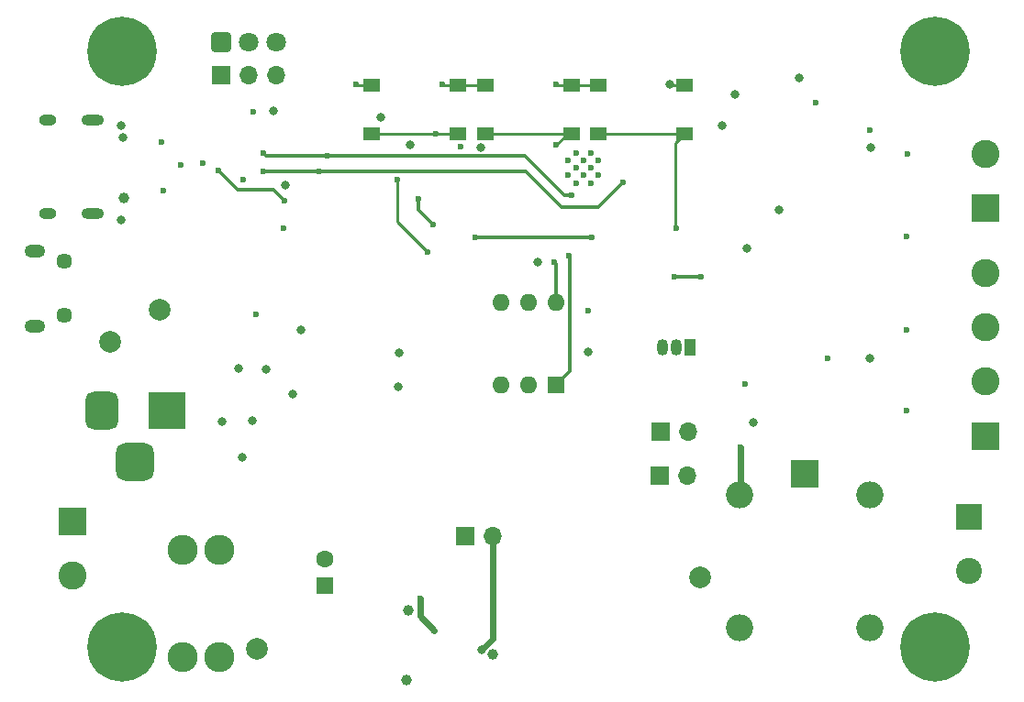
<source format=gbr>
G04 #@! TF.GenerationSoftware,KiCad,Pcbnew,(7.0.0)*
G04 #@! TF.CreationDate,2023-03-27T00:55:10+02:00*
G04 #@! TF.ProjectId,LuminX WLED,4c756d69-6e58-4205-974c-45442e6b6963,1.0*
G04 #@! TF.SameCoordinates,Original*
G04 #@! TF.FileFunction,Copper,L4,Bot*
G04 #@! TF.FilePolarity,Positive*
%FSLAX46Y46*%
G04 Gerber Fmt 4.6, Leading zero omitted, Abs format (unit mm)*
G04 Created by KiCad (PCBNEW (7.0.0)) date 2023-03-27 00:55:10*
%MOMM*%
%LPD*%
G01*
G04 APERTURE LIST*
G04 Aperture macros list*
%AMRoundRect*
0 Rectangle with rounded corners*
0 $1 Rounding radius*
0 $2 $3 $4 $5 $6 $7 $8 $9 X,Y pos of 4 corners*
0 Add a 4 corners polygon primitive as box body*
4,1,4,$2,$3,$4,$5,$6,$7,$8,$9,$2,$3,0*
0 Add four circle primitives for the rounded corners*
1,1,$1+$1,$2,$3*
1,1,$1+$1,$4,$5*
1,1,$1+$1,$6,$7*
1,1,$1+$1,$8,$9*
0 Add four rect primitives between the rounded corners*
20,1,$1+$1,$2,$3,$4,$5,0*
20,1,$1+$1,$4,$5,$6,$7,0*
20,1,$1+$1,$6,$7,$8,$9,0*
20,1,$1+$1,$8,$9,$2,$3,0*%
G04 Aperture macros list end*
G04 #@! TA.AperFunction,ComponentPad*
%ADD10R,2.500000X2.500000*%
G04 #@! TD*
G04 #@! TA.AperFunction,ComponentPad*
%ADD11O,2.500000X2.500000*%
G04 #@! TD*
G04 #@! TA.AperFunction,ComponentPad*
%ADD12R,1.700000X1.700000*%
G04 #@! TD*
G04 #@! TA.AperFunction,ComponentPad*
%ADD13O,1.700000X1.700000*%
G04 #@! TD*
G04 #@! TA.AperFunction,ComponentPad*
%ADD14C,0.800000*%
G04 #@! TD*
G04 #@! TA.AperFunction,ComponentPad*
%ADD15C,6.400000*%
G04 #@! TD*
G04 #@! TA.AperFunction,ComponentPad*
%ADD16R,2.400000X2.400000*%
G04 #@! TD*
G04 #@! TA.AperFunction,ComponentPad*
%ADD17C,2.400000*%
G04 #@! TD*
G04 #@! TA.AperFunction,ComponentPad*
%ADD18O,2.100000X1.000000*%
G04 #@! TD*
G04 #@! TA.AperFunction,ComponentPad*
%ADD19O,1.600000X1.000000*%
G04 #@! TD*
G04 #@! TA.AperFunction,ComponentPad*
%ADD20C,2.780000*%
G04 #@! TD*
G04 #@! TA.AperFunction,ComponentPad*
%ADD21R,2.600000X2.600000*%
G04 #@! TD*
G04 #@! TA.AperFunction,ComponentPad*
%ADD22C,2.600000*%
G04 #@! TD*
G04 #@! TA.AperFunction,ComponentPad*
%ADD23R,3.500000X3.500000*%
G04 #@! TD*
G04 #@! TA.AperFunction,ComponentPad*
%ADD24RoundRect,0.750000X-0.750000X-1.000000X0.750000X-1.000000X0.750000X1.000000X-0.750000X1.000000X0*%
G04 #@! TD*
G04 #@! TA.AperFunction,ComponentPad*
%ADD25RoundRect,0.875000X-0.875000X-0.875000X0.875000X-0.875000X0.875000X0.875000X-0.875000X0.875000X0*%
G04 #@! TD*
G04 #@! TA.AperFunction,ComponentPad*
%ADD26R,1.600000X1.600000*%
G04 #@! TD*
G04 #@! TA.AperFunction,ComponentPad*
%ADD27C,1.600000*%
G04 #@! TD*
G04 #@! TA.AperFunction,ComponentPad*
%ADD28O,1.900000X1.200000*%
G04 #@! TD*
G04 #@! TA.AperFunction,ComponentPad*
%ADD29C,1.450000*%
G04 #@! TD*
G04 #@! TA.AperFunction,HeatsinkPad*
%ADD30C,0.600000*%
G04 #@! TD*
G04 #@! TA.AperFunction,ComponentPad*
%ADD31R,1.050000X1.500000*%
G04 #@! TD*
G04 #@! TA.AperFunction,ComponentPad*
%ADD32O,1.050000X1.500000*%
G04 #@! TD*
G04 #@! TA.AperFunction,SMDPad,CuDef*
%ADD33R,1.550000X1.300000*%
G04 #@! TD*
G04 #@! TA.AperFunction,ComponentPad*
%ADD34RoundRect,0.250200X-0.649800X-0.649800X0.649800X-0.649800X0.649800X0.649800X-0.649800X0.649800X0*%
G04 #@! TD*
G04 #@! TA.AperFunction,ComponentPad*
%ADD35C,1.800000*%
G04 #@! TD*
G04 #@! TA.AperFunction,ComponentPad*
%ADD36O,1.600000X1.600000*%
G04 #@! TD*
G04 #@! TA.AperFunction,ViaPad*
%ADD37C,0.600000*%
G04 #@! TD*
G04 #@! TA.AperFunction,ViaPad*
%ADD38C,0.800000*%
G04 #@! TD*
G04 #@! TA.AperFunction,ViaPad*
%ADD39C,2.000000*%
G04 #@! TD*
G04 #@! TA.AperFunction,ViaPad*
%ADD40C,1.000000*%
G04 #@! TD*
G04 #@! TA.AperFunction,Conductor*
%ADD41C,0.600000*%
G04 #@! TD*
G04 #@! TA.AperFunction,Conductor*
%ADD42C,0.250000*%
G04 #@! TD*
G04 #@! TA.AperFunction,Conductor*
%ADD43C,0.300000*%
G04 #@! TD*
G04 APERTURE END LIST*
D10*
X165799998Y-114349999D03*
D11*
X159799998Y-116349999D03*
X159799998Y-128549999D03*
X171799998Y-128549999D03*
X171799998Y-116349999D03*
D12*
X111974999Y-77499999D03*
D13*
X114514999Y-77499999D03*
X117054999Y-77499999D03*
D14*
X175399999Y-130350000D03*
X176102943Y-128652944D03*
X176102943Y-132047056D03*
X177799999Y-127950000D03*
D15*
X177799999Y-130350000D03*
D14*
X177799999Y-132750000D03*
X179497055Y-128652944D03*
X179497055Y-132047056D03*
X180199999Y-130350000D03*
D12*
X134499999Y-120099999D03*
D13*
X137039999Y-120099999D03*
D16*
X180999999Y-118349999D03*
D17*
X181000000Y-123350000D03*
D18*
X100129999Y-81679999D03*
D19*
X95949999Y-81679999D03*
D18*
X100129999Y-90319999D03*
D19*
X95949999Y-90319999D03*
D20*
X111799999Y-121350000D03*
X108399999Y-121350000D03*
X111799999Y-131270000D03*
X108399999Y-131270000D03*
D14*
X100399999Y-75350000D03*
X101102943Y-73652944D03*
X101102943Y-77047056D03*
X102799999Y-72950000D03*
D15*
X102799999Y-75350000D03*
D14*
X102799999Y-77750000D03*
X104497055Y-73652944D03*
X104497055Y-77047056D03*
X105199999Y-75350000D03*
D21*
X182499999Y-110849999D03*
D22*
X182500000Y-105850000D03*
X182500000Y-100850000D03*
X182500000Y-95850000D03*
D23*
X106999999Y-108542499D03*
D24*
X101000000Y-108542500D03*
D25*
X104000000Y-113242500D03*
D12*
X152499999Y-110499999D03*
D13*
X155039999Y-110499999D03*
D21*
X98249999Y-118749999D03*
D22*
X98250000Y-123750000D03*
D26*
X121499998Y-124732379D03*
D27*
X121499999Y-122232380D03*
D28*
X94762499Y-93749999D03*
D29*
X97462500Y-94750000D03*
X97462500Y-99750000D03*
D28*
X94762499Y-100749999D03*
D14*
X100399999Y-130350000D03*
X101102943Y-128652944D03*
X101102943Y-132047056D03*
X102799999Y-127950000D03*
D15*
X102799999Y-130350000D03*
D14*
X102799999Y-132750000D03*
X104497055Y-128652944D03*
X104497055Y-132047056D03*
X105199999Y-130350000D03*
D30*
X144000000Y-85400000D03*
X144000000Y-86800000D03*
X144700000Y-84700000D03*
X144700000Y-86100000D03*
X144700000Y-87500000D03*
X145375000Y-85400000D03*
X145375000Y-86800000D03*
X146100000Y-84700000D03*
X146100000Y-86100000D03*
X146100000Y-87500000D03*
X146800000Y-85400000D03*
X146800000Y-86800000D03*
D14*
X175399999Y-75350000D03*
X176102943Y-73652944D03*
X176102943Y-77047056D03*
X177799999Y-72950000D03*
D15*
X177799999Y-75350000D03*
D14*
X177799999Y-77750000D03*
X179497055Y-73652944D03*
X179497055Y-77047056D03*
X180199999Y-75350000D03*
D21*
X182499999Y-89849999D03*
D22*
X182500000Y-84850000D03*
D12*
X152459999Y-114499999D03*
D13*
X154999999Y-114499999D03*
D31*
X155269999Y-102709999D03*
D32*
X153999999Y-102709999D03*
X152729999Y-102709999D03*
D33*
X125819998Y-82949999D03*
X133779998Y-82949999D03*
X125819998Y-78449999D03*
X133779998Y-78449999D03*
X136319998Y-82949999D03*
X144279998Y-82949999D03*
X136319998Y-78449999D03*
X144279998Y-78449999D03*
D34*
X112000000Y-74500000D03*
D35*
X114540000Y-74500000D03*
X117080000Y-74500000D03*
D26*
X142849998Y-106149999D03*
D36*
X140309998Y-106149999D03*
X137769998Y-106149999D03*
X137769998Y-98529999D03*
X140309998Y-98529999D03*
X142849998Y-98529999D03*
D33*
X146799998Y-82949999D03*
X154759998Y-82949999D03*
X146799998Y-78449999D03*
X154759998Y-78449999D03*
D37*
X131800000Y-82950000D03*
X128200000Y-87200000D03*
X131000000Y-93900000D03*
D38*
X117900000Y-87725000D03*
X116825000Y-80875000D03*
X160500000Y-93500000D03*
X159400000Y-79300000D03*
X145800000Y-103075000D03*
X171800000Y-103700000D03*
X158200000Y-82200000D03*
X126700000Y-81400000D03*
X116150000Y-104737500D03*
X135937500Y-84199502D03*
X119299999Y-101100000D03*
X165300000Y-77800000D03*
X113550000Y-104637500D03*
D39*
X115250000Y-130500000D03*
D38*
X153350000Y-78350000D03*
X112084620Y-109540381D03*
D37*
X167900000Y-103700000D03*
X175199999Y-101050000D03*
X115200000Y-99600000D03*
X160299999Y-106100000D03*
D40*
X129100000Y-133400000D03*
D37*
X175199999Y-108550000D03*
X142900000Y-78400000D03*
D38*
X102700000Y-82200000D03*
D37*
X166800000Y-80100000D03*
D38*
X141200000Y-94800000D03*
D37*
X114000000Y-87200000D03*
X108203266Y-85815266D03*
X106500000Y-83700000D03*
X124400000Y-78400000D03*
X132400000Y-78400000D03*
D38*
X128299999Y-106350000D03*
D37*
X114900000Y-80900000D03*
X117690734Y-91709266D03*
X175199999Y-92450000D03*
X171800000Y-82600000D03*
D38*
X102700000Y-90900000D03*
X163450500Y-90000000D03*
D37*
X145800000Y-99300000D03*
D40*
X129200000Y-127000000D03*
D39*
X101700000Y-102200000D03*
D37*
X106600000Y-88200000D03*
D38*
X128425000Y-103225001D03*
X114871374Y-109427265D03*
D37*
X134100000Y-84099502D03*
D38*
X129400000Y-84000000D03*
X118600000Y-107000000D03*
D37*
X175299999Y-84850000D03*
D40*
X137000000Y-131000000D03*
D39*
X106300000Y-99200000D03*
D38*
X113899999Y-112850000D03*
X171900000Y-84200000D03*
D39*
X156200000Y-123925000D03*
D38*
X161049999Y-109600000D03*
D37*
X117800000Y-89100000D03*
X111700000Y-86300000D03*
X159900000Y-111900000D03*
X146200000Y-92500000D03*
X135400000Y-92500000D03*
X142900000Y-84000000D03*
X154000000Y-91700000D03*
X144050000Y-94250000D03*
X142700000Y-94800000D03*
X115850500Y-86400000D03*
X121000000Y-86400000D03*
X149050000Y-87450000D03*
X115850500Y-84700000D03*
X121800000Y-85000000D03*
X144350000Y-88650000D03*
D40*
X103000000Y-88900000D03*
D37*
X110243626Y-85699999D03*
D38*
X102886043Y-83286043D03*
D37*
X131500000Y-91300000D03*
X130177510Y-88966458D03*
X131600000Y-128800000D03*
X130300000Y-125900000D03*
D38*
X135980633Y-130587937D03*
D37*
X156250000Y-96200000D03*
X153800000Y-96200000D03*
D41*
X159900000Y-116249999D02*
X159799999Y-116350000D01*
X159900000Y-111900000D02*
X159900000Y-116249999D01*
D42*
X128200000Y-87200000D02*
X128200000Y-91100000D01*
X128200000Y-91100000D02*
X131000000Y-93900000D01*
X125819999Y-82950000D02*
X131800000Y-82950000D01*
X131800000Y-82950000D02*
X133779999Y-82950000D01*
X136319999Y-78450000D02*
X132450000Y-78450000D01*
X154759999Y-78450000D02*
X153450000Y-78450000D01*
X133779999Y-78450000D02*
X136319999Y-78450000D01*
X153450000Y-78450000D02*
X153350000Y-78350000D01*
X124450000Y-78450000D02*
X124400000Y-78400000D01*
X144279999Y-78450000D02*
X142950000Y-78450000D01*
X142950000Y-78450000D02*
X142900000Y-78400000D01*
X132450000Y-78450000D02*
X132400000Y-78400000D01*
X144279999Y-78450000D02*
X146799999Y-78450000D01*
X125819999Y-78450000D02*
X124450000Y-78450000D01*
D43*
X113500000Y-88100000D02*
X111700000Y-86300000D01*
X116800000Y-88100000D02*
X113500000Y-88100000D01*
X117800000Y-89100000D02*
X116800000Y-88100000D01*
X146200000Y-92500000D02*
X135400000Y-92500000D01*
D42*
X144279999Y-82950000D02*
X136319999Y-82950000D01*
X142900000Y-84000000D02*
X143950000Y-82950000D01*
X143950000Y-82950000D02*
X144279999Y-82950000D01*
X146799999Y-82950000D02*
X154759999Y-82950000D01*
X154000000Y-91700000D02*
X153900000Y-91600000D01*
X153900000Y-91600000D02*
X153900000Y-83809999D01*
X153900000Y-83809999D02*
X154759999Y-82950000D01*
D43*
X144100000Y-94300000D02*
X144100000Y-104899999D01*
X144050000Y-94250000D02*
X144100000Y-94300000D01*
X144100000Y-104899999D02*
X142849999Y-106150000D01*
X142849999Y-98530000D02*
X142849999Y-94949999D01*
X142849999Y-94949999D02*
X142700000Y-94800000D01*
X140100000Y-86400000D02*
X143400000Y-89700000D01*
X146800000Y-89700000D02*
X149050000Y-87450000D01*
X121000000Y-86400000D02*
X140100000Y-86400000D01*
X121000000Y-86400000D02*
X115850500Y-86400000D01*
X143400000Y-89700000D02*
X146800000Y-89700000D01*
X116150500Y-85000000D02*
X115850500Y-84700000D01*
X143650000Y-88650000D02*
X140000000Y-85000000D01*
X144350000Y-88650000D02*
X143650000Y-88650000D01*
X140000000Y-85000000D02*
X116150500Y-85000000D01*
X130177510Y-88966458D02*
X130177510Y-89977510D01*
X130177510Y-89977510D02*
X131500000Y-91300000D01*
D41*
X130300000Y-127500000D02*
X131600000Y-128800000D01*
X130300000Y-125900000D02*
X130300000Y-127500000D01*
X135997849Y-130587937D02*
X137000000Y-129585786D01*
X137000000Y-129585786D02*
X137000000Y-120140000D01*
X135980633Y-130587937D02*
X135997849Y-130587937D01*
X137000000Y-120140000D02*
X137040000Y-120100000D01*
D43*
X156250000Y-96200000D02*
X153800000Y-96200000D01*
M02*

</source>
